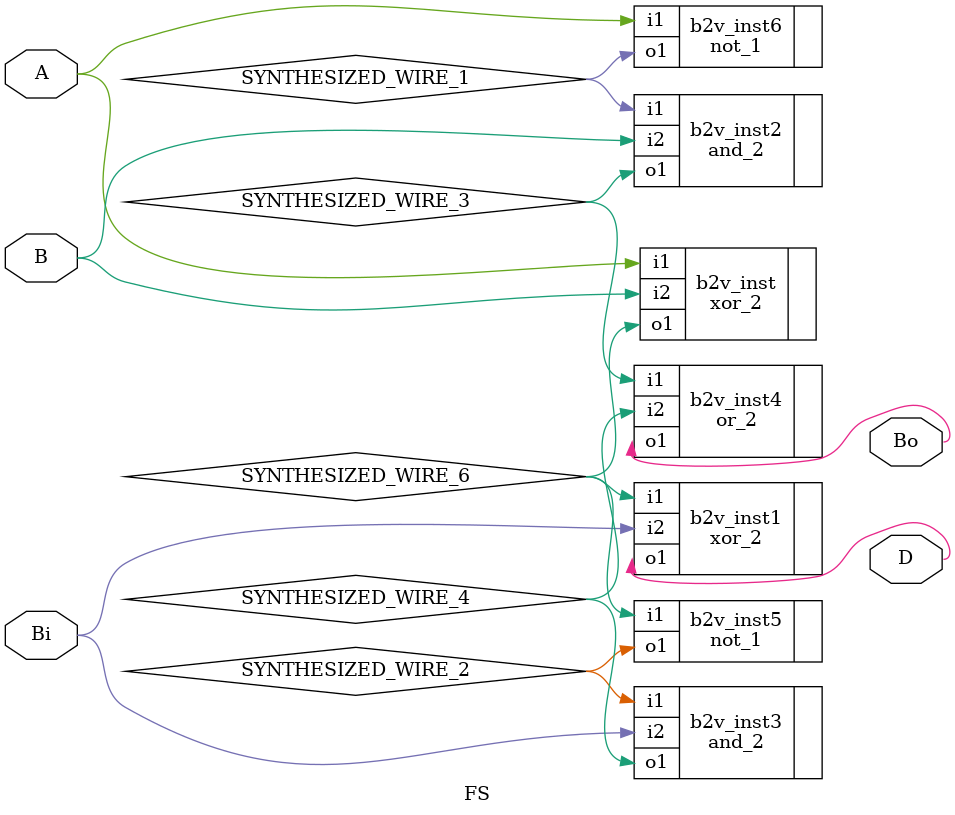
<source format=v>


module FS(
	A,
	B,
	Bi,
	Bo,
	D
);


input wire	A;
input wire	B;
input wire	Bi;
output wire	Bo;
output wire	D;

wire	SYNTHESIZED_WIRE_6;
wire	SYNTHESIZED_WIRE_1;
wire	SYNTHESIZED_WIRE_2;
wire	SYNTHESIZED_WIRE_3;
wire	SYNTHESIZED_WIRE_4;





xor_2	b2v_inst(
	.i1(A),
	.i2(B),
	.o1(SYNTHESIZED_WIRE_6));


xor_2	b2v_inst1(
	.i1(SYNTHESIZED_WIRE_6),
	.i2(Bi),
	.o1(D));


and_2	b2v_inst2(
	.i1(SYNTHESIZED_WIRE_1),
	.i2(B),
	.o1(SYNTHESIZED_WIRE_3));


and_2	b2v_inst3(
	.i1(SYNTHESIZED_WIRE_2),
	.i2(Bi),
	.o1(SYNTHESIZED_WIRE_4));


or_2	b2v_inst4(
	.i1(SYNTHESIZED_WIRE_3),
	.i2(SYNTHESIZED_WIRE_4),
	.o1(Bo));


not_1	b2v_inst5(
	.i1(SYNTHESIZED_WIRE_6),
	.o1(SYNTHESIZED_WIRE_2));


not_1	b2v_inst6(
	.i1(A),
	.o1(SYNTHESIZED_WIRE_1));


endmodule

</source>
